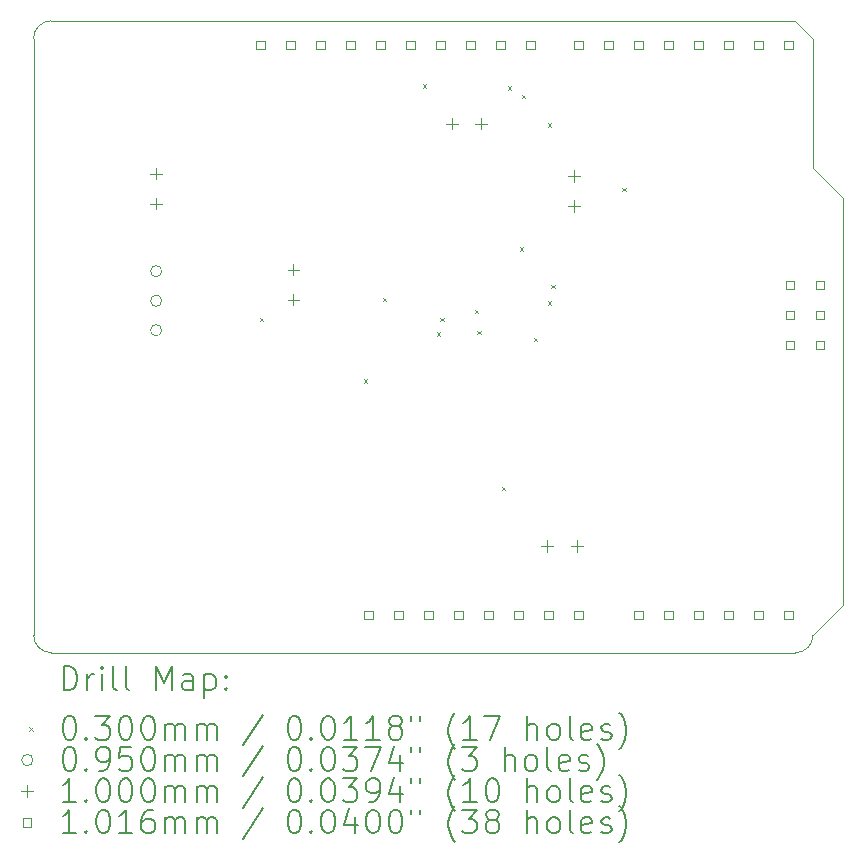
<source format=gbr>
%TF.GenerationSoftware,KiCad,Pcbnew,8.0.2*%
%TF.CreationDate,2025-02-02T01:14:49-07:00*%
%TF.ProjectId,drs,6472732e-6b69-4636-9164-5f7063625858,v1*%
%TF.SameCoordinates,Original*%
%TF.FileFunction,Drillmap*%
%TF.FilePolarity,Positive*%
%FSLAX45Y45*%
G04 Gerber Fmt 4.5, Leading zero omitted, Abs format (unit mm)*
G04 Created by KiCad (PCBNEW 8.0.2) date 2025-02-02 01:14:49*
%MOMM*%
%LPD*%
G01*
G04 APERTURE LIST*
%ADD10C,0.100000*%
%ADD11C,0.200000*%
%ADD12C,0.101600*%
G04 APERTURE END LIST*
D10*
X18300000Y-8450000D02*
X18300000Y-9050000D01*
X18050000Y-7100000D02*
X18050000Y-8200000D01*
X18050000Y-12150000D02*
G75*
G02*
X17900000Y-12300000I-150000J0D01*
G01*
X18300000Y-11900000D02*
X18050000Y-12150000D01*
X17900000Y-6950000D02*
X18050000Y-7100000D01*
X11600000Y-6950000D02*
X17900000Y-6950000D01*
X11450000Y-7100000D02*
G75*
G02*
X11600000Y-6950000I150000J0D01*
G01*
X18050000Y-8200000D02*
X18300000Y-8450000D01*
X11450000Y-7100000D02*
X11450000Y-12150000D01*
X17900000Y-12300000D02*
X11600000Y-12300000D01*
X11600000Y-12300000D02*
G75*
G02*
X11450000Y-12150000I0J150000D01*
G01*
X18300000Y-9050000D02*
X18300000Y-11900000D01*
D11*
D10*
X13365000Y-9465000D02*
X13395000Y-9495000D01*
X13395000Y-9465000D02*
X13365000Y-9495000D01*
X14245000Y-9985000D02*
X14275000Y-10015000D01*
X14275000Y-9985000D02*
X14245000Y-10015000D01*
X14405000Y-9295000D02*
X14435000Y-9325000D01*
X14435000Y-9295000D02*
X14405000Y-9325000D01*
X14745000Y-7485000D02*
X14775000Y-7515000D01*
X14775000Y-7485000D02*
X14745000Y-7515000D01*
X14865000Y-9585000D02*
X14895000Y-9615000D01*
X14895000Y-9585000D02*
X14865000Y-9615000D01*
X14895000Y-9465000D02*
X14925000Y-9495000D01*
X14925000Y-9465000D02*
X14895000Y-9495000D01*
X15185000Y-9395000D02*
X15215000Y-9425000D01*
X15215000Y-9395000D02*
X15185000Y-9425000D01*
X15205000Y-9575000D02*
X15235000Y-9605000D01*
X15235000Y-9575000D02*
X15205000Y-9605000D01*
X15415000Y-10895000D02*
X15445000Y-10925000D01*
X15445000Y-10895000D02*
X15415000Y-10925000D01*
X15465000Y-7505000D02*
X15495000Y-7535000D01*
X15495000Y-7505000D02*
X15465000Y-7535000D01*
X15565000Y-8865000D02*
X15595000Y-8895000D01*
X15595000Y-8865000D02*
X15565000Y-8895000D01*
X15585000Y-7575000D02*
X15615000Y-7605000D01*
X15615000Y-7575000D02*
X15585000Y-7605000D01*
X15685000Y-9635000D02*
X15715000Y-9665000D01*
X15715000Y-9635000D02*
X15685000Y-9665000D01*
X15805000Y-7815000D02*
X15835000Y-7845000D01*
X15835000Y-7815000D02*
X15805000Y-7845000D01*
X15805000Y-9325000D02*
X15835000Y-9355000D01*
X15835000Y-9325000D02*
X15805000Y-9355000D01*
X15835000Y-9185000D02*
X15865000Y-9215000D01*
X15865000Y-9185000D02*
X15835000Y-9215000D01*
X16435000Y-8365000D02*
X16465000Y-8395000D01*
X16465000Y-8365000D02*
X16435000Y-8395000D01*
X12535000Y-9070000D02*
G75*
G02*
X12440000Y-9070000I-47500J0D01*
G01*
X12440000Y-9070000D02*
G75*
G02*
X12535000Y-9070000I47500J0D01*
G01*
X12535000Y-9320000D02*
G75*
G02*
X12440000Y-9320000I-47500J0D01*
G01*
X12440000Y-9320000D02*
G75*
G02*
X12535000Y-9320000I47500J0D01*
G01*
X12535000Y-9570000D02*
G75*
G02*
X12440000Y-9570000I-47500J0D01*
G01*
X12440000Y-9570000D02*
G75*
G02*
X12535000Y-9570000I47500J0D01*
G01*
X12490000Y-8193500D02*
X12490000Y-8293500D01*
X12440000Y-8243500D02*
X12540000Y-8243500D01*
X12490000Y-8447500D02*
X12490000Y-8547500D01*
X12440000Y-8497500D02*
X12540000Y-8497500D01*
X13650000Y-9006000D02*
X13650000Y-9106000D01*
X13600000Y-9056000D02*
X13700000Y-9056000D01*
X13650000Y-9260000D02*
X13650000Y-9360000D01*
X13600000Y-9310000D02*
X13700000Y-9310000D01*
X14990000Y-7770000D02*
X14990000Y-7870000D01*
X14940000Y-7820000D02*
X15040000Y-7820000D01*
X15240000Y-7770000D02*
X15240000Y-7870000D01*
X15190000Y-7820000D02*
X15290000Y-7820000D01*
X15800000Y-11350000D02*
X15800000Y-11450000D01*
X15750000Y-11400000D02*
X15850000Y-11400000D01*
X16027500Y-8215000D02*
X16027500Y-8315000D01*
X15977500Y-8265000D02*
X16077500Y-8265000D01*
X16027500Y-8465000D02*
X16027500Y-8565000D01*
X15977500Y-8515000D02*
X16077500Y-8515000D01*
X16050000Y-11350000D02*
X16050000Y-11450000D01*
X16000000Y-11400000D02*
X16100000Y-11400000D01*
D12*
X13405521Y-7189921D02*
X13405521Y-7118079D01*
X13333679Y-7118079D01*
X13333679Y-7189921D01*
X13405521Y-7189921D01*
X13659521Y-7189921D02*
X13659521Y-7118079D01*
X13587679Y-7118079D01*
X13587679Y-7189921D01*
X13659521Y-7189921D01*
X13913521Y-7189921D02*
X13913521Y-7118079D01*
X13841679Y-7118079D01*
X13841679Y-7189921D01*
X13913521Y-7189921D01*
X14167521Y-7189921D02*
X14167521Y-7118079D01*
X14095679Y-7118079D01*
X14095679Y-7189921D01*
X14167521Y-7189921D01*
X14319921Y-12015921D02*
X14319921Y-11944079D01*
X14248079Y-11944079D01*
X14248079Y-12015921D01*
X14319921Y-12015921D01*
X14421521Y-7189921D02*
X14421521Y-7118079D01*
X14349679Y-7118079D01*
X14349679Y-7189921D01*
X14421521Y-7189921D01*
X14573921Y-12015921D02*
X14573921Y-11944079D01*
X14502079Y-11944079D01*
X14502079Y-12015921D01*
X14573921Y-12015921D01*
X14675521Y-7189921D02*
X14675521Y-7118079D01*
X14603679Y-7118079D01*
X14603679Y-7189921D01*
X14675521Y-7189921D01*
X14827921Y-12015921D02*
X14827921Y-11944079D01*
X14756079Y-11944079D01*
X14756079Y-12015921D01*
X14827921Y-12015921D01*
X14929521Y-7189921D02*
X14929521Y-7118079D01*
X14857679Y-7118079D01*
X14857679Y-7189921D01*
X14929521Y-7189921D01*
X15081921Y-12015921D02*
X15081921Y-11944079D01*
X15010079Y-11944079D01*
X15010079Y-12015921D01*
X15081921Y-12015921D01*
X15183521Y-7189921D02*
X15183521Y-7118079D01*
X15111679Y-7118079D01*
X15111679Y-7189921D01*
X15183521Y-7189921D01*
X15335921Y-12015921D02*
X15335921Y-11944079D01*
X15264079Y-11944079D01*
X15264079Y-12015921D01*
X15335921Y-12015921D01*
X15437521Y-7189921D02*
X15437521Y-7118079D01*
X15365679Y-7118079D01*
X15365679Y-7189921D01*
X15437521Y-7189921D01*
X15589921Y-12015921D02*
X15589921Y-11944079D01*
X15518079Y-11944079D01*
X15518079Y-12015921D01*
X15589921Y-12015921D01*
X15691521Y-7189921D02*
X15691521Y-7118079D01*
X15619679Y-7118079D01*
X15619679Y-7189921D01*
X15691521Y-7189921D01*
X15843921Y-12015921D02*
X15843921Y-11944079D01*
X15772079Y-11944079D01*
X15772079Y-12015921D01*
X15843921Y-12015921D01*
X16097921Y-7189921D02*
X16097921Y-7118079D01*
X16026079Y-7118079D01*
X16026079Y-7189921D01*
X16097921Y-7189921D01*
X16097921Y-12015921D02*
X16097921Y-11944079D01*
X16026079Y-11944079D01*
X16026079Y-12015921D01*
X16097921Y-12015921D01*
X16351921Y-7189921D02*
X16351921Y-7118079D01*
X16280079Y-7118079D01*
X16280079Y-7189921D01*
X16351921Y-7189921D01*
X16605921Y-7189921D02*
X16605921Y-7118079D01*
X16534079Y-7118079D01*
X16534079Y-7189921D01*
X16605921Y-7189921D01*
X16605921Y-12015921D02*
X16605921Y-11944079D01*
X16534079Y-11944079D01*
X16534079Y-12015921D01*
X16605921Y-12015921D01*
X16859921Y-7189921D02*
X16859921Y-7118079D01*
X16788079Y-7118079D01*
X16788079Y-7189921D01*
X16859921Y-7189921D01*
X16859921Y-12015921D02*
X16859921Y-11944079D01*
X16788079Y-11944079D01*
X16788079Y-12015921D01*
X16859921Y-12015921D01*
X17113921Y-7189921D02*
X17113921Y-7118079D01*
X17042079Y-7118079D01*
X17042079Y-7189921D01*
X17113921Y-7189921D01*
X17113921Y-12015921D02*
X17113921Y-11944079D01*
X17042079Y-11944079D01*
X17042079Y-12015921D01*
X17113921Y-12015921D01*
X17367921Y-7189921D02*
X17367921Y-7118079D01*
X17296079Y-7118079D01*
X17296079Y-7189921D01*
X17367921Y-7189921D01*
X17367921Y-12015921D02*
X17367921Y-11944079D01*
X17296079Y-11944079D01*
X17296079Y-12015921D01*
X17367921Y-12015921D01*
X17621921Y-7189921D02*
X17621921Y-7118079D01*
X17550079Y-7118079D01*
X17550079Y-7189921D01*
X17621921Y-7189921D01*
X17621921Y-12015921D02*
X17621921Y-11944079D01*
X17550079Y-11944079D01*
X17550079Y-12015921D01*
X17621921Y-12015921D01*
X17875921Y-7189921D02*
X17875921Y-7118079D01*
X17804079Y-7118079D01*
X17804079Y-7189921D01*
X17875921Y-7189921D01*
X17875921Y-12015921D02*
X17875921Y-11944079D01*
X17804079Y-11944079D01*
X17804079Y-12015921D01*
X17875921Y-12015921D01*
X17888621Y-9221921D02*
X17888621Y-9150079D01*
X17816779Y-9150079D01*
X17816779Y-9221921D01*
X17888621Y-9221921D01*
X17888621Y-9475921D02*
X17888621Y-9404079D01*
X17816779Y-9404079D01*
X17816779Y-9475921D01*
X17888621Y-9475921D01*
X17888621Y-9729921D02*
X17888621Y-9658079D01*
X17816779Y-9658079D01*
X17816779Y-9729921D01*
X17888621Y-9729921D01*
X18142621Y-9221921D02*
X18142621Y-9150079D01*
X18070779Y-9150079D01*
X18070779Y-9221921D01*
X18142621Y-9221921D01*
X18142621Y-9475921D02*
X18142621Y-9404079D01*
X18070779Y-9404079D01*
X18070779Y-9475921D01*
X18142621Y-9475921D01*
X18142621Y-9729921D02*
X18142621Y-9658079D01*
X18070779Y-9658079D01*
X18070779Y-9729921D01*
X18142621Y-9729921D01*
D11*
X11705777Y-12616484D02*
X11705777Y-12416484D01*
X11705777Y-12416484D02*
X11753396Y-12416484D01*
X11753396Y-12416484D02*
X11781967Y-12426008D01*
X11781967Y-12426008D02*
X11801015Y-12445055D01*
X11801015Y-12445055D02*
X11810539Y-12464103D01*
X11810539Y-12464103D02*
X11820062Y-12502198D01*
X11820062Y-12502198D02*
X11820062Y-12530769D01*
X11820062Y-12530769D02*
X11810539Y-12568865D01*
X11810539Y-12568865D02*
X11801015Y-12587912D01*
X11801015Y-12587912D02*
X11781967Y-12606960D01*
X11781967Y-12606960D02*
X11753396Y-12616484D01*
X11753396Y-12616484D02*
X11705777Y-12616484D01*
X11905777Y-12616484D02*
X11905777Y-12483150D01*
X11905777Y-12521246D02*
X11915301Y-12502198D01*
X11915301Y-12502198D02*
X11924824Y-12492674D01*
X11924824Y-12492674D02*
X11943872Y-12483150D01*
X11943872Y-12483150D02*
X11962920Y-12483150D01*
X12029586Y-12616484D02*
X12029586Y-12483150D01*
X12029586Y-12416484D02*
X12020062Y-12426008D01*
X12020062Y-12426008D02*
X12029586Y-12435531D01*
X12029586Y-12435531D02*
X12039110Y-12426008D01*
X12039110Y-12426008D02*
X12029586Y-12416484D01*
X12029586Y-12416484D02*
X12029586Y-12435531D01*
X12153396Y-12616484D02*
X12134348Y-12606960D01*
X12134348Y-12606960D02*
X12124824Y-12587912D01*
X12124824Y-12587912D02*
X12124824Y-12416484D01*
X12258158Y-12616484D02*
X12239110Y-12606960D01*
X12239110Y-12606960D02*
X12229586Y-12587912D01*
X12229586Y-12587912D02*
X12229586Y-12416484D01*
X12486729Y-12616484D02*
X12486729Y-12416484D01*
X12486729Y-12416484D02*
X12553396Y-12559341D01*
X12553396Y-12559341D02*
X12620062Y-12416484D01*
X12620062Y-12416484D02*
X12620062Y-12616484D01*
X12801015Y-12616484D02*
X12801015Y-12511722D01*
X12801015Y-12511722D02*
X12791491Y-12492674D01*
X12791491Y-12492674D02*
X12772443Y-12483150D01*
X12772443Y-12483150D02*
X12734348Y-12483150D01*
X12734348Y-12483150D02*
X12715301Y-12492674D01*
X12801015Y-12606960D02*
X12781967Y-12616484D01*
X12781967Y-12616484D02*
X12734348Y-12616484D01*
X12734348Y-12616484D02*
X12715301Y-12606960D01*
X12715301Y-12606960D02*
X12705777Y-12587912D01*
X12705777Y-12587912D02*
X12705777Y-12568865D01*
X12705777Y-12568865D02*
X12715301Y-12549817D01*
X12715301Y-12549817D02*
X12734348Y-12540293D01*
X12734348Y-12540293D02*
X12781967Y-12540293D01*
X12781967Y-12540293D02*
X12801015Y-12530769D01*
X12896253Y-12483150D02*
X12896253Y-12683150D01*
X12896253Y-12492674D02*
X12915301Y-12483150D01*
X12915301Y-12483150D02*
X12953396Y-12483150D01*
X12953396Y-12483150D02*
X12972443Y-12492674D01*
X12972443Y-12492674D02*
X12981967Y-12502198D01*
X12981967Y-12502198D02*
X12991491Y-12521246D01*
X12991491Y-12521246D02*
X12991491Y-12578388D01*
X12991491Y-12578388D02*
X12981967Y-12597436D01*
X12981967Y-12597436D02*
X12972443Y-12606960D01*
X12972443Y-12606960D02*
X12953396Y-12616484D01*
X12953396Y-12616484D02*
X12915301Y-12616484D01*
X12915301Y-12616484D02*
X12896253Y-12606960D01*
X13077205Y-12597436D02*
X13086729Y-12606960D01*
X13086729Y-12606960D02*
X13077205Y-12616484D01*
X13077205Y-12616484D02*
X13067682Y-12606960D01*
X13067682Y-12606960D02*
X13077205Y-12597436D01*
X13077205Y-12597436D02*
X13077205Y-12616484D01*
X13077205Y-12492674D02*
X13086729Y-12502198D01*
X13086729Y-12502198D02*
X13077205Y-12511722D01*
X13077205Y-12511722D02*
X13067682Y-12502198D01*
X13067682Y-12502198D02*
X13077205Y-12492674D01*
X13077205Y-12492674D02*
X13077205Y-12511722D01*
D10*
X11415000Y-12930000D02*
X11445000Y-12960000D01*
X11445000Y-12930000D02*
X11415000Y-12960000D01*
D11*
X11743872Y-12836484D02*
X11762920Y-12836484D01*
X11762920Y-12836484D02*
X11781967Y-12846008D01*
X11781967Y-12846008D02*
X11791491Y-12855531D01*
X11791491Y-12855531D02*
X11801015Y-12874579D01*
X11801015Y-12874579D02*
X11810539Y-12912674D01*
X11810539Y-12912674D02*
X11810539Y-12960293D01*
X11810539Y-12960293D02*
X11801015Y-12998388D01*
X11801015Y-12998388D02*
X11791491Y-13017436D01*
X11791491Y-13017436D02*
X11781967Y-13026960D01*
X11781967Y-13026960D02*
X11762920Y-13036484D01*
X11762920Y-13036484D02*
X11743872Y-13036484D01*
X11743872Y-13036484D02*
X11724824Y-13026960D01*
X11724824Y-13026960D02*
X11715301Y-13017436D01*
X11715301Y-13017436D02*
X11705777Y-12998388D01*
X11705777Y-12998388D02*
X11696253Y-12960293D01*
X11696253Y-12960293D02*
X11696253Y-12912674D01*
X11696253Y-12912674D02*
X11705777Y-12874579D01*
X11705777Y-12874579D02*
X11715301Y-12855531D01*
X11715301Y-12855531D02*
X11724824Y-12846008D01*
X11724824Y-12846008D02*
X11743872Y-12836484D01*
X11896253Y-13017436D02*
X11905777Y-13026960D01*
X11905777Y-13026960D02*
X11896253Y-13036484D01*
X11896253Y-13036484D02*
X11886729Y-13026960D01*
X11886729Y-13026960D02*
X11896253Y-13017436D01*
X11896253Y-13017436D02*
X11896253Y-13036484D01*
X11972443Y-12836484D02*
X12096253Y-12836484D01*
X12096253Y-12836484D02*
X12029586Y-12912674D01*
X12029586Y-12912674D02*
X12058158Y-12912674D01*
X12058158Y-12912674D02*
X12077205Y-12922198D01*
X12077205Y-12922198D02*
X12086729Y-12931722D01*
X12086729Y-12931722D02*
X12096253Y-12950769D01*
X12096253Y-12950769D02*
X12096253Y-12998388D01*
X12096253Y-12998388D02*
X12086729Y-13017436D01*
X12086729Y-13017436D02*
X12077205Y-13026960D01*
X12077205Y-13026960D02*
X12058158Y-13036484D01*
X12058158Y-13036484D02*
X12001015Y-13036484D01*
X12001015Y-13036484D02*
X11981967Y-13026960D01*
X11981967Y-13026960D02*
X11972443Y-13017436D01*
X12220062Y-12836484D02*
X12239110Y-12836484D01*
X12239110Y-12836484D02*
X12258158Y-12846008D01*
X12258158Y-12846008D02*
X12267682Y-12855531D01*
X12267682Y-12855531D02*
X12277205Y-12874579D01*
X12277205Y-12874579D02*
X12286729Y-12912674D01*
X12286729Y-12912674D02*
X12286729Y-12960293D01*
X12286729Y-12960293D02*
X12277205Y-12998388D01*
X12277205Y-12998388D02*
X12267682Y-13017436D01*
X12267682Y-13017436D02*
X12258158Y-13026960D01*
X12258158Y-13026960D02*
X12239110Y-13036484D01*
X12239110Y-13036484D02*
X12220062Y-13036484D01*
X12220062Y-13036484D02*
X12201015Y-13026960D01*
X12201015Y-13026960D02*
X12191491Y-13017436D01*
X12191491Y-13017436D02*
X12181967Y-12998388D01*
X12181967Y-12998388D02*
X12172443Y-12960293D01*
X12172443Y-12960293D02*
X12172443Y-12912674D01*
X12172443Y-12912674D02*
X12181967Y-12874579D01*
X12181967Y-12874579D02*
X12191491Y-12855531D01*
X12191491Y-12855531D02*
X12201015Y-12846008D01*
X12201015Y-12846008D02*
X12220062Y-12836484D01*
X12410539Y-12836484D02*
X12429586Y-12836484D01*
X12429586Y-12836484D02*
X12448634Y-12846008D01*
X12448634Y-12846008D02*
X12458158Y-12855531D01*
X12458158Y-12855531D02*
X12467682Y-12874579D01*
X12467682Y-12874579D02*
X12477205Y-12912674D01*
X12477205Y-12912674D02*
X12477205Y-12960293D01*
X12477205Y-12960293D02*
X12467682Y-12998388D01*
X12467682Y-12998388D02*
X12458158Y-13017436D01*
X12458158Y-13017436D02*
X12448634Y-13026960D01*
X12448634Y-13026960D02*
X12429586Y-13036484D01*
X12429586Y-13036484D02*
X12410539Y-13036484D01*
X12410539Y-13036484D02*
X12391491Y-13026960D01*
X12391491Y-13026960D02*
X12381967Y-13017436D01*
X12381967Y-13017436D02*
X12372443Y-12998388D01*
X12372443Y-12998388D02*
X12362920Y-12960293D01*
X12362920Y-12960293D02*
X12362920Y-12912674D01*
X12362920Y-12912674D02*
X12372443Y-12874579D01*
X12372443Y-12874579D02*
X12381967Y-12855531D01*
X12381967Y-12855531D02*
X12391491Y-12846008D01*
X12391491Y-12846008D02*
X12410539Y-12836484D01*
X12562920Y-13036484D02*
X12562920Y-12903150D01*
X12562920Y-12922198D02*
X12572443Y-12912674D01*
X12572443Y-12912674D02*
X12591491Y-12903150D01*
X12591491Y-12903150D02*
X12620063Y-12903150D01*
X12620063Y-12903150D02*
X12639110Y-12912674D01*
X12639110Y-12912674D02*
X12648634Y-12931722D01*
X12648634Y-12931722D02*
X12648634Y-13036484D01*
X12648634Y-12931722D02*
X12658158Y-12912674D01*
X12658158Y-12912674D02*
X12677205Y-12903150D01*
X12677205Y-12903150D02*
X12705777Y-12903150D01*
X12705777Y-12903150D02*
X12724824Y-12912674D01*
X12724824Y-12912674D02*
X12734348Y-12931722D01*
X12734348Y-12931722D02*
X12734348Y-13036484D01*
X12829586Y-13036484D02*
X12829586Y-12903150D01*
X12829586Y-12922198D02*
X12839110Y-12912674D01*
X12839110Y-12912674D02*
X12858158Y-12903150D01*
X12858158Y-12903150D02*
X12886729Y-12903150D01*
X12886729Y-12903150D02*
X12905777Y-12912674D01*
X12905777Y-12912674D02*
X12915301Y-12931722D01*
X12915301Y-12931722D02*
X12915301Y-13036484D01*
X12915301Y-12931722D02*
X12924824Y-12912674D01*
X12924824Y-12912674D02*
X12943872Y-12903150D01*
X12943872Y-12903150D02*
X12972443Y-12903150D01*
X12972443Y-12903150D02*
X12991491Y-12912674D01*
X12991491Y-12912674D02*
X13001015Y-12931722D01*
X13001015Y-12931722D02*
X13001015Y-13036484D01*
X13391491Y-12826960D02*
X13220063Y-13084103D01*
X13648634Y-12836484D02*
X13667682Y-12836484D01*
X13667682Y-12836484D02*
X13686729Y-12846008D01*
X13686729Y-12846008D02*
X13696253Y-12855531D01*
X13696253Y-12855531D02*
X13705777Y-12874579D01*
X13705777Y-12874579D02*
X13715301Y-12912674D01*
X13715301Y-12912674D02*
X13715301Y-12960293D01*
X13715301Y-12960293D02*
X13705777Y-12998388D01*
X13705777Y-12998388D02*
X13696253Y-13017436D01*
X13696253Y-13017436D02*
X13686729Y-13026960D01*
X13686729Y-13026960D02*
X13667682Y-13036484D01*
X13667682Y-13036484D02*
X13648634Y-13036484D01*
X13648634Y-13036484D02*
X13629586Y-13026960D01*
X13629586Y-13026960D02*
X13620063Y-13017436D01*
X13620063Y-13017436D02*
X13610539Y-12998388D01*
X13610539Y-12998388D02*
X13601015Y-12960293D01*
X13601015Y-12960293D02*
X13601015Y-12912674D01*
X13601015Y-12912674D02*
X13610539Y-12874579D01*
X13610539Y-12874579D02*
X13620063Y-12855531D01*
X13620063Y-12855531D02*
X13629586Y-12846008D01*
X13629586Y-12846008D02*
X13648634Y-12836484D01*
X13801015Y-13017436D02*
X13810539Y-13026960D01*
X13810539Y-13026960D02*
X13801015Y-13036484D01*
X13801015Y-13036484D02*
X13791491Y-13026960D01*
X13791491Y-13026960D02*
X13801015Y-13017436D01*
X13801015Y-13017436D02*
X13801015Y-13036484D01*
X13934348Y-12836484D02*
X13953396Y-12836484D01*
X13953396Y-12836484D02*
X13972444Y-12846008D01*
X13972444Y-12846008D02*
X13981967Y-12855531D01*
X13981967Y-12855531D02*
X13991491Y-12874579D01*
X13991491Y-12874579D02*
X14001015Y-12912674D01*
X14001015Y-12912674D02*
X14001015Y-12960293D01*
X14001015Y-12960293D02*
X13991491Y-12998388D01*
X13991491Y-12998388D02*
X13981967Y-13017436D01*
X13981967Y-13017436D02*
X13972444Y-13026960D01*
X13972444Y-13026960D02*
X13953396Y-13036484D01*
X13953396Y-13036484D02*
X13934348Y-13036484D01*
X13934348Y-13036484D02*
X13915301Y-13026960D01*
X13915301Y-13026960D02*
X13905777Y-13017436D01*
X13905777Y-13017436D02*
X13896253Y-12998388D01*
X13896253Y-12998388D02*
X13886729Y-12960293D01*
X13886729Y-12960293D02*
X13886729Y-12912674D01*
X13886729Y-12912674D02*
X13896253Y-12874579D01*
X13896253Y-12874579D02*
X13905777Y-12855531D01*
X13905777Y-12855531D02*
X13915301Y-12846008D01*
X13915301Y-12846008D02*
X13934348Y-12836484D01*
X14191491Y-13036484D02*
X14077206Y-13036484D01*
X14134348Y-13036484D02*
X14134348Y-12836484D01*
X14134348Y-12836484D02*
X14115301Y-12865055D01*
X14115301Y-12865055D02*
X14096253Y-12884103D01*
X14096253Y-12884103D02*
X14077206Y-12893627D01*
X14381967Y-13036484D02*
X14267682Y-13036484D01*
X14324825Y-13036484D02*
X14324825Y-12836484D01*
X14324825Y-12836484D02*
X14305777Y-12865055D01*
X14305777Y-12865055D02*
X14286729Y-12884103D01*
X14286729Y-12884103D02*
X14267682Y-12893627D01*
X14496253Y-12922198D02*
X14477206Y-12912674D01*
X14477206Y-12912674D02*
X14467682Y-12903150D01*
X14467682Y-12903150D02*
X14458158Y-12884103D01*
X14458158Y-12884103D02*
X14458158Y-12874579D01*
X14458158Y-12874579D02*
X14467682Y-12855531D01*
X14467682Y-12855531D02*
X14477206Y-12846008D01*
X14477206Y-12846008D02*
X14496253Y-12836484D01*
X14496253Y-12836484D02*
X14534348Y-12836484D01*
X14534348Y-12836484D02*
X14553396Y-12846008D01*
X14553396Y-12846008D02*
X14562920Y-12855531D01*
X14562920Y-12855531D02*
X14572444Y-12874579D01*
X14572444Y-12874579D02*
X14572444Y-12884103D01*
X14572444Y-12884103D02*
X14562920Y-12903150D01*
X14562920Y-12903150D02*
X14553396Y-12912674D01*
X14553396Y-12912674D02*
X14534348Y-12922198D01*
X14534348Y-12922198D02*
X14496253Y-12922198D01*
X14496253Y-12922198D02*
X14477206Y-12931722D01*
X14477206Y-12931722D02*
X14467682Y-12941246D01*
X14467682Y-12941246D02*
X14458158Y-12960293D01*
X14458158Y-12960293D02*
X14458158Y-12998388D01*
X14458158Y-12998388D02*
X14467682Y-13017436D01*
X14467682Y-13017436D02*
X14477206Y-13026960D01*
X14477206Y-13026960D02*
X14496253Y-13036484D01*
X14496253Y-13036484D02*
X14534348Y-13036484D01*
X14534348Y-13036484D02*
X14553396Y-13026960D01*
X14553396Y-13026960D02*
X14562920Y-13017436D01*
X14562920Y-13017436D02*
X14572444Y-12998388D01*
X14572444Y-12998388D02*
X14572444Y-12960293D01*
X14572444Y-12960293D02*
X14562920Y-12941246D01*
X14562920Y-12941246D02*
X14553396Y-12931722D01*
X14553396Y-12931722D02*
X14534348Y-12922198D01*
X14648634Y-12836484D02*
X14648634Y-12874579D01*
X14724825Y-12836484D02*
X14724825Y-12874579D01*
X15020063Y-13112674D02*
X15010539Y-13103150D01*
X15010539Y-13103150D02*
X14991491Y-13074579D01*
X14991491Y-13074579D02*
X14981968Y-13055531D01*
X14981968Y-13055531D02*
X14972444Y-13026960D01*
X14972444Y-13026960D02*
X14962920Y-12979341D01*
X14962920Y-12979341D02*
X14962920Y-12941246D01*
X14962920Y-12941246D02*
X14972444Y-12893627D01*
X14972444Y-12893627D02*
X14981968Y-12865055D01*
X14981968Y-12865055D02*
X14991491Y-12846008D01*
X14991491Y-12846008D02*
X15010539Y-12817436D01*
X15010539Y-12817436D02*
X15020063Y-12807912D01*
X15201015Y-13036484D02*
X15086729Y-13036484D01*
X15143872Y-13036484D02*
X15143872Y-12836484D01*
X15143872Y-12836484D02*
X15124825Y-12865055D01*
X15124825Y-12865055D02*
X15105777Y-12884103D01*
X15105777Y-12884103D02*
X15086729Y-12893627D01*
X15267682Y-12836484D02*
X15401015Y-12836484D01*
X15401015Y-12836484D02*
X15315301Y-13036484D01*
X15629587Y-13036484D02*
X15629587Y-12836484D01*
X15715301Y-13036484D02*
X15715301Y-12931722D01*
X15715301Y-12931722D02*
X15705777Y-12912674D01*
X15705777Y-12912674D02*
X15686730Y-12903150D01*
X15686730Y-12903150D02*
X15658158Y-12903150D01*
X15658158Y-12903150D02*
X15639110Y-12912674D01*
X15639110Y-12912674D02*
X15629587Y-12922198D01*
X15839110Y-13036484D02*
X15820063Y-13026960D01*
X15820063Y-13026960D02*
X15810539Y-13017436D01*
X15810539Y-13017436D02*
X15801015Y-12998388D01*
X15801015Y-12998388D02*
X15801015Y-12941246D01*
X15801015Y-12941246D02*
X15810539Y-12922198D01*
X15810539Y-12922198D02*
X15820063Y-12912674D01*
X15820063Y-12912674D02*
X15839110Y-12903150D01*
X15839110Y-12903150D02*
X15867682Y-12903150D01*
X15867682Y-12903150D02*
X15886730Y-12912674D01*
X15886730Y-12912674D02*
X15896253Y-12922198D01*
X15896253Y-12922198D02*
X15905777Y-12941246D01*
X15905777Y-12941246D02*
X15905777Y-12998388D01*
X15905777Y-12998388D02*
X15896253Y-13017436D01*
X15896253Y-13017436D02*
X15886730Y-13026960D01*
X15886730Y-13026960D02*
X15867682Y-13036484D01*
X15867682Y-13036484D02*
X15839110Y-13036484D01*
X16020063Y-13036484D02*
X16001015Y-13026960D01*
X16001015Y-13026960D02*
X15991491Y-13007912D01*
X15991491Y-13007912D02*
X15991491Y-12836484D01*
X16172444Y-13026960D02*
X16153396Y-13036484D01*
X16153396Y-13036484D02*
X16115301Y-13036484D01*
X16115301Y-13036484D02*
X16096253Y-13026960D01*
X16096253Y-13026960D02*
X16086730Y-13007912D01*
X16086730Y-13007912D02*
X16086730Y-12931722D01*
X16086730Y-12931722D02*
X16096253Y-12912674D01*
X16096253Y-12912674D02*
X16115301Y-12903150D01*
X16115301Y-12903150D02*
X16153396Y-12903150D01*
X16153396Y-12903150D02*
X16172444Y-12912674D01*
X16172444Y-12912674D02*
X16181968Y-12931722D01*
X16181968Y-12931722D02*
X16181968Y-12950769D01*
X16181968Y-12950769D02*
X16086730Y-12969817D01*
X16258158Y-13026960D02*
X16277206Y-13036484D01*
X16277206Y-13036484D02*
X16315301Y-13036484D01*
X16315301Y-13036484D02*
X16334349Y-13026960D01*
X16334349Y-13026960D02*
X16343872Y-13007912D01*
X16343872Y-13007912D02*
X16343872Y-12998388D01*
X16343872Y-12998388D02*
X16334349Y-12979341D01*
X16334349Y-12979341D02*
X16315301Y-12969817D01*
X16315301Y-12969817D02*
X16286730Y-12969817D01*
X16286730Y-12969817D02*
X16267682Y-12960293D01*
X16267682Y-12960293D02*
X16258158Y-12941246D01*
X16258158Y-12941246D02*
X16258158Y-12931722D01*
X16258158Y-12931722D02*
X16267682Y-12912674D01*
X16267682Y-12912674D02*
X16286730Y-12903150D01*
X16286730Y-12903150D02*
X16315301Y-12903150D01*
X16315301Y-12903150D02*
X16334349Y-12912674D01*
X16410539Y-13112674D02*
X16420063Y-13103150D01*
X16420063Y-13103150D02*
X16439111Y-13074579D01*
X16439111Y-13074579D02*
X16448634Y-13055531D01*
X16448634Y-13055531D02*
X16458158Y-13026960D01*
X16458158Y-13026960D02*
X16467682Y-12979341D01*
X16467682Y-12979341D02*
X16467682Y-12941246D01*
X16467682Y-12941246D02*
X16458158Y-12893627D01*
X16458158Y-12893627D02*
X16448634Y-12865055D01*
X16448634Y-12865055D02*
X16439111Y-12846008D01*
X16439111Y-12846008D02*
X16420063Y-12817436D01*
X16420063Y-12817436D02*
X16410539Y-12807912D01*
D10*
X11445000Y-13209000D02*
G75*
G02*
X11350000Y-13209000I-47500J0D01*
G01*
X11350000Y-13209000D02*
G75*
G02*
X11445000Y-13209000I47500J0D01*
G01*
D11*
X11743872Y-13100484D02*
X11762920Y-13100484D01*
X11762920Y-13100484D02*
X11781967Y-13110008D01*
X11781967Y-13110008D02*
X11791491Y-13119531D01*
X11791491Y-13119531D02*
X11801015Y-13138579D01*
X11801015Y-13138579D02*
X11810539Y-13176674D01*
X11810539Y-13176674D02*
X11810539Y-13224293D01*
X11810539Y-13224293D02*
X11801015Y-13262388D01*
X11801015Y-13262388D02*
X11791491Y-13281436D01*
X11791491Y-13281436D02*
X11781967Y-13290960D01*
X11781967Y-13290960D02*
X11762920Y-13300484D01*
X11762920Y-13300484D02*
X11743872Y-13300484D01*
X11743872Y-13300484D02*
X11724824Y-13290960D01*
X11724824Y-13290960D02*
X11715301Y-13281436D01*
X11715301Y-13281436D02*
X11705777Y-13262388D01*
X11705777Y-13262388D02*
X11696253Y-13224293D01*
X11696253Y-13224293D02*
X11696253Y-13176674D01*
X11696253Y-13176674D02*
X11705777Y-13138579D01*
X11705777Y-13138579D02*
X11715301Y-13119531D01*
X11715301Y-13119531D02*
X11724824Y-13110008D01*
X11724824Y-13110008D02*
X11743872Y-13100484D01*
X11896253Y-13281436D02*
X11905777Y-13290960D01*
X11905777Y-13290960D02*
X11896253Y-13300484D01*
X11896253Y-13300484D02*
X11886729Y-13290960D01*
X11886729Y-13290960D02*
X11896253Y-13281436D01*
X11896253Y-13281436D02*
X11896253Y-13300484D01*
X12001015Y-13300484D02*
X12039110Y-13300484D01*
X12039110Y-13300484D02*
X12058158Y-13290960D01*
X12058158Y-13290960D02*
X12067682Y-13281436D01*
X12067682Y-13281436D02*
X12086729Y-13252865D01*
X12086729Y-13252865D02*
X12096253Y-13214769D01*
X12096253Y-13214769D02*
X12096253Y-13138579D01*
X12096253Y-13138579D02*
X12086729Y-13119531D01*
X12086729Y-13119531D02*
X12077205Y-13110008D01*
X12077205Y-13110008D02*
X12058158Y-13100484D01*
X12058158Y-13100484D02*
X12020062Y-13100484D01*
X12020062Y-13100484D02*
X12001015Y-13110008D01*
X12001015Y-13110008D02*
X11991491Y-13119531D01*
X11991491Y-13119531D02*
X11981967Y-13138579D01*
X11981967Y-13138579D02*
X11981967Y-13186198D01*
X11981967Y-13186198D02*
X11991491Y-13205246D01*
X11991491Y-13205246D02*
X12001015Y-13214769D01*
X12001015Y-13214769D02*
X12020062Y-13224293D01*
X12020062Y-13224293D02*
X12058158Y-13224293D01*
X12058158Y-13224293D02*
X12077205Y-13214769D01*
X12077205Y-13214769D02*
X12086729Y-13205246D01*
X12086729Y-13205246D02*
X12096253Y-13186198D01*
X12277205Y-13100484D02*
X12181967Y-13100484D01*
X12181967Y-13100484D02*
X12172443Y-13195722D01*
X12172443Y-13195722D02*
X12181967Y-13186198D01*
X12181967Y-13186198D02*
X12201015Y-13176674D01*
X12201015Y-13176674D02*
X12248634Y-13176674D01*
X12248634Y-13176674D02*
X12267682Y-13186198D01*
X12267682Y-13186198D02*
X12277205Y-13195722D01*
X12277205Y-13195722D02*
X12286729Y-13214769D01*
X12286729Y-13214769D02*
X12286729Y-13262388D01*
X12286729Y-13262388D02*
X12277205Y-13281436D01*
X12277205Y-13281436D02*
X12267682Y-13290960D01*
X12267682Y-13290960D02*
X12248634Y-13300484D01*
X12248634Y-13300484D02*
X12201015Y-13300484D01*
X12201015Y-13300484D02*
X12181967Y-13290960D01*
X12181967Y-13290960D02*
X12172443Y-13281436D01*
X12410539Y-13100484D02*
X12429586Y-13100484D01*
X12429586Y-13100484D02*
X12448634Y-13110008D01*
X12448634Y-13110008D02*
X12458158Y-13119531D01*
X12458158Y-13119531D02*
X12467682Y-13138579D01*
X12467682Y-13138579D02*
X12477205Y-13176674D01*
X12477205Y-13176674D02*
X12477205Y-13224293D01*
X12477205Y-13224293D02*
X12467682Y-13262388D01*
X12467682Y-13262388D02*
X12458158Y-13281436D01*
X12458158Y-13281436D02*
X12448634Y-13290960D01*
X12448634Y-13290960D02*
X12429586Y-13300484D01*
X12429586Y-13300484D02*
X12410539Y-13300484D01*
X12410539Y-13300484D02*
X12391491Y-13290960D01*
X12391491Y-13290960D02*
X12381967Y-13281436D01*
X12381967Y-13281436D02*
X12372443Y-13262388D01*
X12372443Y-13262388D02*
X12362920Y-13224293D01*
X12362920Y-13224293D02*
X12362920Y-13176674D01*
X12362920Y-13176674D02*
X12372443Y-13138579D01*
X12372443Y-13138579D02*
X12381967Y-13119531D01*
X12381967Y-13119531D02*
X12391491Y-13110008D01*
X12391491Y-13110008D02*
X12410539Y-13100484D01*
X12562920Y-13300484D02*
X12562920Y-13167150D01*
X12562920Y-13186198D02*
X12572443Y-13176674D01*
X12572443Y-13176674D02*
X12591491Y-13167150D01*
X12591491Y-13167150D02*
X12620063Y-13167150D01*
X12620063Y-13167150D02*
X12639110Y-13176674D01*
X12639110Y-13176674D02*
X12648634Y-13195722D01*
X12648634Y-13195722D02*
X12648634Y-13300484D01*
X12648634Y-13195722D02*
X12658158Y-13176674D01*
X12658158Y-13176674D02*
X12677205Y-13167150D01*
X12677205Y-13167150D02*
X12705777Y-13167150D01*
X12705777Y-13167150D02*
X12724824Y-13176674D01*
X12724824Y-13176674D02*
X12734348Y-13195722D01*
X12734348Y-13195722D02*
X12734348Y-13300484D01*
X12829586Y-13300484D02*
X12829586Y-13167150D01*
X12829586Y-13186198D02*
X12839110Y-13176674D01*
X12839110Y-13176674D02*
X12858158Y-13167150D01*
X12858158Y-13167150D02*
X12886729Y-13167150D01*
X12886729Y-13167150D02*
X12905777Y-13176674D01*
X12905777Y-13176674D02*
X12915301Y-13195722D01*
X12915301Y-13195722D02*
X12915301Y-13300484D01*
X12915301Y-13195722D02*
X12924824Y-13176674D01*
X12924824Y-13176674D02*
X12943872Y-13167150D01*
X12943872Y-13167150D02*
X12972443Y-13167150D01*
X12972443Y-13167150D02*
X12991491Y-13176674D01*
X12991491Y-13176674D02*
X13001015Y-13195722D01*
X13001015Y-13195722D02*
X13001015Y-13300484D01*
X13391491Y-13090960D02*
X13220063Y-13348103D01*
X13648634Y-13100484D02*
X13667682Y-13100484D01*
X13667682Y-13100484D02*
X13686729Y-13110008D01*
X13686729Y-13110008D02*
X13696253Y-13119531D01*
X13696253Y-13119531D02*
X13705777Y-13138579D01*
X13705777Y-13138579D02*
X13715301Y-13176674D01*
X13715301Y-13176674D02*
X13715301Y-13224293D01*
X13715301Y-13224293D02*
X13705777Y-13262388D01*
X13705777Y-13262388D02*
X13696253Y-13281436D01*
X13696253Y-13281436D02*
X13686729Y-13290960D01*
X13686729Y-13290960D02*
X13667682Y-13300484D01*
X13667682Y-13300484D02*
X13648634Y-13300484D01*
X13648634Y-13300484D02*
X13629586Y-13290960D01*
X13629586Y-13290960D02*
X13620063Y-13281436D01*
X13620063Y-13281436D02*
X13610539Y-13262388D01*
X13610539Y-13262388D02*
X13601015Y-13224293D01*
X13601015Y-13224293D02*
X13601015Y-13176674D01*
X13601015Y-13176674D02*
X13610539Y-13138579D01*
X13610539Y-13138579D02*
X13620063Y-13119531D01*
X13620063Y-13119531D02*
X13629586Y-13110008D01*
X13629586Y-13110008D02*
X13648634Y-13100484D01*
X13801015Y-13281436D02*
X13810539Y-13290960D01*
X13810539Y-13290960D02*
X13801015Y-13300484D01*
X13801015Y-13300484D02*
X13791491Y-13290960D01*
X13791491Y-13290960D02*
X13801015Y-13281436D01*
X13801015Y-13281436D02*
X13801015Y-13300484D01*
X13934348Y-13100484D02*
X13953396Y-13100484D01*
X13953396Y-13100484D02*
X13972444Y-13110008D01*
X13972444Y-13110008D02*
X13981967Y-13119531D01*
X13981967Y-13119531D02*
X13991491Y-13138579D01*
X13991491Y-13138579D02*
X14001015Y-13176674D01*
X14001015Y-13176674D02*
X14001015Y-13224293D01*
X14001015Y-13224293D02*
X13991491Y-13262388D01*
X13991491Y-13262388D02*
X13981967Y-13281436D01*
X13981967Y-13281436D02*
X13972444Y-13290960D01*
X13972444Y-13290960D02*
X13953396Y-13300484D01*
X13953396Y-13300484D02*
X13934348Y-13300484D01*
X13934348Y-13300484D02*
X13915301Y-13290960D01*
X13915301Y-13290960D02*
X13905777Y-13281436D01*
X13905777Y-13281436D02*
X13896253Y-13262388D01*
X13896253Y-13262388D02*
X13886729Y-13224293D01*
X13886729Y-13224293D02*
X13886729Y-13176674D01*
X13886729Y-13176674D02*
X13896253Y-13138579D01*
X13896253Y-13138579D02*
X13905777Y-13119531D01*
X13905777Y-13119531D02*
X13915301Y-13110008D01*
X13915301Y-13110008D02*
X13934348Y-13100484D01*
X14067682Y-13100484D02*
X14191491Y-13100484D01*
X14191491Y-13100484D02*
X14124825Y-13176674D01*
X14124825Y-13176674D02*
X14153396Y-13176674D01*
X14153396Y-13176674D02*
X14172444Y-13186198D01*
X14172444Y-13186198D02*
X14181967Y-13195722D01*
X14181967Y-13195722D02*
X14191491Y-13214769D01*
X14191491Y-13214769D02*
X14191491Y-13262388D01*
X14191491Y-13262388D02*
X14181967Y-13281436D01*
X14181967Y-13281436D02*
X14172444Y-13290960D01*
X14172444Y-13290960D02*
X14153396Y-13300484D01*
X14153396Y-13300484D02*
X14096253Y-13300484D01*
X14096253Y-13300484D02*
X14077206Y-13290960D01*
X14077206Y-13290960D02*
X14067682Y-13281436D01*
X14258158Y-13100484D02*
X14391491Y-13100484D01*
X14391491Y-13100484D02*
X14305777Y-13300484D01*
X14553396Y-13167150D02*
X14553396Y-13300484D01*
X14505777Y-13090960D02*
X14458158Y-13233817D01*
X14458158Y-13233817D02*
X14581967Y-13233817D01*
X14648634Y-13100484D02*
X14648634Y-13138579D01*
X14724825Y-13100484D02*
X14724825Y-13138579D01*
X15020063Y-13376674D02*
X15010539Y-13367150D01*
X15010539Y-13367150D02*
X14991491Y-13338579D01*
X14991491Y-13338579D02*
X14981968Y-13319531D01*
X14981968Y-13319531D02*
X14972444Y-13290960D01*
X14972444Y-13290960D02*
X14962920Y-13243341D01*
X14962920Y-13243341D02*
X14962920Y-13205246D01*
X14962920Y-13205246D02*
X14972444Y-13157627D01*
X14972444Y-13157627D02*
X14981968Y-13129055D01*
X14981968Y-13129055D02*
X14991491Y-13110008D01*
X14991491Y-13110008D02*
X15010539Y-13081436D01*
X15010539Y-13081436D02*
X15020063Y-13071912D01*
X15077206Y-13100484D02*
X15201015Y-13100484D01*
X15201015Y-13100484D02*
X15134348Y-13176674D01*
X15134348Y-13176674D02*
X15162920Y-13176674D01*
X15162920Y-13176674D02*
X15181968Y-13186198D01*
X15181968Y-13186198D02*
X15191491Y-13195722D01*
X15191491Y-13195722D02*
X15201015Y-13214769D01*
X15201015Y-13214769D02*
X15201015Y-13262388D01*
X15201015Y-13262388D02*
X15191491Y-13281436D01*
X15191491Y-13281436D02*
X15181968Y-13290960D01*
X15181968Y-13290960D02*
X15162920Y-13300484D01*
X15162920Y-13300484D02*
X15105777Y-13300484D01*
X15105777Y-13300484D02*
X15086729Y-13290960D01*
X15086729Y-13290960D02*
X15077206Y-13281436D01*
X15439110Y-13300484D02*
X15439110Y-13100484D01*
X15524825Y-13300484D02*
X15524825Y-13195722D01*
X15524825Y-13195722D02*
X15515301Y-13176674D01*
X15515301Y-13176674D02*
X15496253Y-13167150D01*
X15496253Y-13167150D02*
X15467682Y-13167150D01*
X15467682Y-13167150D02*
X15448634Y-13176674D01*
X15448634Y-13176674D02*
X15439110Y-13186198D01*
X15648634Y-13300484D02*
X15629587Y-13290960D01*
X15629587Y-13290960D02*
X15620063Y-13281436D01*
X15620063Y-13281436D02*
X15610539Y-13262388D01*
X15610539Y-13262388D02*
X15610539Y-13205246D01*
X15610539Y-13205246D02*
X15620063Y-13186198D01*
X15620063Y-13186198D02*
X15629587Y-13176674D01*
X15629587Y-13176674D02*
X15648634Y-13167150D01*
X15648634Y-13167150D02*
X15677206Y-13167150D01*
X15677206Y-13167150D02*
X15696253Y-13176674D01*
X15696253Y-13176674D02*
X15705777Y-13186198D01*
X15705777Y-13186198D02*
X15715301Y-13205246D01*
X15715301Y-13205246D02*
X15715301Y-13262388D01*
X15715301Y-13262388D02*
X15705777Y-13281436D01*
X15705777Y-13281436D02*
X15696253Y-13290960D01*
X15696253Y-13290960D02*
X15677206Y-13300484D01*
X15677206Y-13300484D02*
X15648634Y-13300484D01*
X15829587Y-13300484D02*
X15810539Y-13290960D01*
X15810539Y-13290960D02*
X15801015Y-13271912D01*
X15801015Y-13271912D02*
X15801015Y-13100484D01*
X15981968Y-13290960D02*
X15962920Y-13300484D01*
X15962920Y-13300484D02*
X15924825Y-13300484D01*
X15924825Y-13300484D02*
X15905777Y-13290960D01*
X15905777Y-13290960D02*
X15896253Y-13271912D01*
X15896253Y-13271912D02*
X15896253Y-13195722D01*
X15896253Y-13195722D02*
X15905777Y-13176674D01*
X15905777Y-13176674D02*
X15924825Y-13167150D01*
X15924825Y-13167150D02*
X15962920Y-13167150D01*
X15962920Y-13167150D02*
X15981968Y-13176674D01*
X15981968Y-13176674D02*
X15991491Y-13195722D01*
X15991491Y-13195722D02*
X15991491Y-13214769D01*
X15991491Y-13214769D02*
X15896253Y-13233817D01*
X16067682Y-13290960D02*
X16086730Y-13300484D01*
X16086730Y-13300484D02*
X16124825Y-13300484D01*
X16124825Y-13300484D02*
X16143872Y-13290960D01*
X16143872Y-13290960D02*
X16153396Y-13271912D01*
X16153396Y-13271912D02*
X16153396Y-13262388D01*
X16153396Y-13262388D02*
X16143872Y-13243341D01*
X16143872Y-13243341D02*
X16124825Y-13233817D01*
X16124825Y-13233817D02*
X16096253Y-13233817D01*
X16096253Y-13233817D02*
X16077206Y-13224293D01*
X16077206Y-13224293D02*
X16067682Y-13205246D01*
X16067682Y-13205246D02*
X16067682Y-13195722D01*
X16067682Y-13195722D02*
X16077206Y-13176674D01*
X16077206Y-13176674D02*
X16096253Y-13167150D01*
X16096253Y-13167150D02*
X16124825Y-13167150D01*
X16124825Y-13167150D02*
X16143872Y-13176674D01*
X16220063Y-13376674D02*
X16229587Y-13367150D01*
X16229587Y-13367150D02*
X16248634Y-13338579D01*
X16248634Y-13338579D02*
X16258158Y-13319531D01*
X16258158Y-13319531D02*
X16267682Y-13290960D01*
X16267682Y-13290960D02*
X16277206Y-13243341D01*
X16277206Y-13243341D02*
X16277206Y-13205246D01*
X16277206Y-13205246D02*
X16267682Y-13157627D01*
X16267682Y-13157627D02*
X16258158Y-13129055D01*
X16258158Y-13129055D02*
X16248634Y-13110008D01*
X16248634Y-13110008D02*
X16229587Y-13081436D01*
X16229587Y-13081436D02*
X16220063Y-13071912D01*
D10*
X11395000Y-13423000D02*
X11395000Y-13523000D01*
X11345000Y-13473000D02*
X11445000Y-13473000D01*
D11*
X11810539Y-13564484D02*
X11696253Y-13564484D01*
X11753396Y-13564484D02*
X11753396Y-13364484D01*
X11753396Y-13364484D02*
X11734348Y-13393055D01*
X11734348Y-13393055D02*
X11715301Y-13412103D01*
X11715301Y-13412103D02*
X11696253Y-13421627D01*
X11896253Y-13545436D02*
X11905777Y-13554960D01*
X11905777Y-13554960D02*
X11896253Y-13564484D01*
X11896253Y-13564484D02*
X11886729Y-13554960D01*
X11886729Y-13554960D02*
X11896253Y-13545436D01*
X11896253Y-13545436D02*
X11896253Y-13564484D01*
X12029586Y-13364484D02*
X12048634Y-13364484D01*
X12048634Y-13364484D02*
X12067682Y-13374008D01*
X12067682Y-13374008D02*
X12077205Y-13383531D01*
X12077205Y-13383531D02*
X12086729Y-13402579D01*
X12086729Y-13402579D02*
X12096253Y-13440674D01*
X12096253Y-13440674D02*
X12096253Y-13488293D01*
X12096253Y-13488293D02*
X12086729Y-13526388D01*
X12086729Y-13526388D02*
X12077205Y-13545436D01*
X12077205Y-13545436D02*
X12067682Y-13554960D01*
X12067682Y-13554960D02*
X12048634Y-13564484D01*
X12048634Y-13564484D02*
X12029586Y-13564484D01*
X12029586Y-13564484D02*
X12010539Y-13554960D01*
X12010539Y-13554960D02*
X12001015Y-13545436D01*
X12001015Y-13545436D02*
X11991491Y-13526388D01*
X11991491Y-13526388D02*
X11981967Y-13488293D01*
X11981967Y-13488293D02*
X11981967Y-13440674D01*
X11981967Y-13440674D02*
X11991491Y-13402579D01*
X11991491Y-13402579D02*
X12001015Y-13383531D01*
X12001015Y-13383531D02*
X12010539Y-13374008D01*
X12010539Y-13374008D02*
X12029586Y-13364484D01*
X12220062Y-13364484D02*
X12239110Y-13364484D01*
X12239110Y-13364484D02*
X12258158Y-13374008D01*
X12258158Y-13374008D02*
X12267682Y-13383531D01*
X12267682Y-13383531D02*
X12277205Y-13402579D01*
X12277205Y-13402579D02*
X12286729Y-13440674D01*
X12286729Y-13440674D02*
X12286729Y-13488293D01*
X12286729Y-13488293D02*
X12277205Y-13526388D01*
X12277205Y-13526388D02*
X12267682Y-13545436D01*
X12267682Y-13545436D02*
X12258158Y-13554960D01*
X12258158Y-13554960D02*
X12239110Y-13564484D01*
X12239110Y-13564484D02*
X12220062Y-13564484D01*
X12220062Y-13564484D02*
X12201015Y-13554960D01*
X12201015Y-13554960D02*
X12191491Y-13545436D01*
X12191491Y-13545436D02*
X12181967Y-13526388D01*
X12181967Y-13526388D02*
X12172443Y-13488293D01*
X12172443Y-13488293D02*
X12172443Y-13440674D01*
X12172443Y-13440674D02*
X12181967Y-13402579D01*
X12181967Y-13402579D02*
X12191491Y-13383531D01*
X12191491Y-13383531D02*
X12201015Y-13374008D01*
X12201015Y-13374008D02*
X12220062Y-13364484D01*
X12410539Y-13364484D02*
X12429586Y-13364484D01*
X12429586Y-13364484D02*
X12448634Y-13374008D01*
X12448634Y-13374008D02*
X12458158Y-13383531D01*
X12458158Y-13383531D02*
X12467682Y-13402579D01*
X12467682Y-13402579D02*
X12477205Y-13440674D01*
X12477205Y-13440674D02*
X12477205Y-13488293D01*
X12477205Y-13488293D02*
X12467682Y-13526388D01*
X12467682Y-13526388D02*
X12458158Y-13545436D01*
X12458158Y-13545436D02*
X12448634Y-13554960D01*
X12448634Y-13554960D02*
X12429586Y-13564484D01*
X12429586Y-13564484D02*
X12410539Y-13564484D01*
X12410539Y-13564484D02*
X12391491Y-13554960D01*
X12391491Y-13554960D02*
X12381967Y-13545436D01*
X12381967Y-13545436D02*
X12372443Y-13526388D01*
X12372443Y-13526388D02*
X12362920Y-13488293D01*
X12362920Y-13488293D02*
X12362920Y-13440674D01*
X12362920Y-13440674D02*
X12372443Y-13402579D01*
X12372443Y-13402579D02*
X12381967Y-13383531D01*
X12381967Y-13383531D02*
X12391491Y-13374008D01*
X12391491Y-13374008D02*
X12410539Y-13364484D01*
X12562920Y-13564484D02*
X12562920Y-13431150D01*
X12562920Y-13450198D02*
X12572443Y-13440674D01*
X12572443Y-13440674D02*
X12591491Y-13431150D01*
X12591491Y-13431150D02*
X12620063Y-13431150D01*
X12620063Y-13431150D02*
X12639110Y-13440674D01*
X12639110Y-13440674D02*
X12648634Y-13459722D01*
X12648634Y-13459722D02*
X12648634Y-13564484D01*
X12648634Y-13459722D02*
X12658158Y-13440674D01*
X12658158Y-13440674D02*
X12677205Y-13431150D01*
X12677205Y-13431150D02*
X12705777Y-13431150D01*
X12705777Y-13431150D02*
X12724824Y-13440674D01*
X12724824Y-13440674D02*
X12734348Y-13459722D01*
X12734348Y-13459722D02*
X12734348Y-13564484D01*
X12829586Y-13564484D02*
X12829586Y-13431150D01*
X12829586Y-13450198D02*
X12839110Y-13440674D01*
X12839110Y-13440674D02*
X12858158Y-13431150D01*
X12858158Y-13431150D02*
X12886729Y-13431150D01*
X12886729Y-13431150D02*
X12905777Y-13440674D01*
X12905777Y-13440674D02*
X12915301Y-13459722D01*
X12915301Y-13459722D02*
X12915301Y-13564484D01*
X12915301Y-13459722D02*
X12924824Y-13440674D01*
X12924824Y-13440674D02*
X12943872Y-13431150D01*
X12943872Y-13431150D02*
X12972443Y-13431150D01*
X12972443Y-13431150D02*
X12991491Y-13440674D01*
X12991491Y-13440674D02*
X13001015Y-13459722D01*
X13001015Y-13459722D02*
X13001015Y-13564484D01*
X13391491Y-13354960D02*
X13220063Y-13612103D01*
X13648634Y-13364484D02*
X13667682Y-13364484D01*
X13667682Y-13364484D02*
X13686729Y-13374008D01*
X13686729Y-13374008D02*
X13696253Y-13383531D01*
X13696253Y-13383531D02*
X13705777Y-13402579D01*
X13705777Y-13402579D02*
X13715301Y-13440674D01*
X13715301Y-13440674D02*
X13715301Y-13488293D01*
X13715301Y-13488293D02*
X13705777Y-13526388D01*
X13705777Y-13526388D02*
X13696253Y-13545436D01*
X13696253Y-13545436D02*
X13686729Y-13554960D01*
X13686729Y-13554960D02*
X13667682Y-13564484D01*
X13667682Y-13564484D02*
X13648634Y-13564484D01*
X13648634Y-13564484D02*
X13629586Y-13554960D01*
X13629586Y-13554960D02*
X13620063Y-13545436D01*
X13620063Y-13545436D02*
X13610539Y-13526388D01*
X13610539Y-13526388D02*
X13601015Y-13488293D01*
X13601015Y-13488293D02*
X13601015Y-13440674D01*
X13601015Y-13440674D02*
X13610539Y-13402579D01*
X13610539Y-13402579D02*
X13620063Y-13383531D01*
X13620063Y-13383531D02*
X13629586Y-13374008D01*
X13629586Y-13374008D02*
X13648634Y-13364484D01*
X13801015Y-13545436D02*
X13810539Y-13554960D01*
X13810539Y-13554960D02*
X13801015Y-13564484D01*
X13801015Y-13564484D02*
X13791491Y-13554960D01*
X13791491Y-13554960D02*
X13801015Y-13545436D01*
X13801015Y-13545436D02*
X13801015Y-13564484D01*
X13934348Y-13364484D02*
X13953396Y-13364484D01*
X13953396Y-13364484D02*
X13972444Y-13374008D01*
X13972444Y-13374008D02*
X13981967Y-13383531D01*
X13981967Y-13383531D02*
X13991491Y-13402579D01*
X13991491Y-13402579D02*
X14001015Y-13440674D01*
X14001015Y-13440674D02*
X14001015Y-13488293D01*
X14001015Y-13488293D02*
X13991491Y-13526388D01*
X13991491Y-13526388D02*
X13981967Y-13545436D01*
X13981967Y-13545436D02*
X13972444Y-13554960D01*
X13972444Y-13554960D02*
X13953396Y-13564484D01*
X13953396Y-13564484D02*
X13934348Y-13564484D01*
X13934348Y-13564484D02*
X13915301Y-13554960D01*
X13915301Y-13554960D02*
X13905777Y-13545436D01*
X13905777Y-13545436D02*
X13896253Y-13526388D01*
X13896253Y-13526388D02*
X13886729Y-13488293D01*
X13886729Y-13488293D02*
X13886729Y-13440674D01*
X13886729Y-13440674D02*
X13896253Y-13402579D01*
X13896253Y-13402579D02*
X13905777Y-13383531D01*
X13905777Y-13383531D02*
X13915301Y-13374008D01*
X13915301Y-13374008D02*
X13934348Y-13364484D01*
X14067682Y-13364484D02*
X14191491Y-13364484D01*
X14191491Y-13364484D02*
X14124825Y-13440674D01*
X14124825Y-13440674D02*
X14153396Y-13440674D01*
X14153396Y-13440674D02*
X14172444Y-13450198D01*
X14172444Y-13450198D02*
X14181967Y-13459722D01*
X14181967Y-13459722D02*
X14191491Y-13478769D01*
X14191491Y-13478769D02*
X14191491Y-13526388D01*
X14191491Y-13526388D02*
X14181967Y-13545436D01*
X14181967Y-13545436D02*
X14172444Y-13554960D01*
X14172444Y-13554960D02*
X14153396Y-13564484D01*
X14153396Y-13564484D02*
X14096253Y-13564484D01*
X14096253Y-13564484D02*
X14077206Y-13554960D01*
X14077206Y-13554960D02*
X14067682Y-13545436D01*
X14286729Y-13564484D02*
X14324825Y-13564484D01*
X14324825Y-13564484D02*
X14343872Y-13554960D01*
X14343872Y-13554960D02*
X14353396Y-13545436D01*
X14353396Y-13545436D02*
X14372444Y-13516865D01*
X14372444Y-13516865D02*
X14381967Y-13478769D01*
X14381967Y-13478769D02*
X14381967Y-13402579D01*
X14381967Y-13402579D02*
X14372444Y-13383531D01*
X14372444Y-13383531D02*
X14362920Y-13374008D01*
X14362920Y-13374008D02*
X14343872Y-13364484D01*
X14343872Y-13364484D02*
X14305777Y-13364484D01*
X14305777Y-13364484D02*
X14286729Y-13374008D01*
X14286729Y-13374008D02*
X14277206Y-13383531D01*
X14277206Y-13383531D02*
X14267682Y-13402579D01*
X14267682Y-13402579D02*
X14267682Y-13450198D01*
X14267682Y-13450198D02*
X14277206Y-13469246D01*
X14277206Y-13469246D02*
X14286729Y-13478769D01*
X14286729Y-13478769D02*
X14305777Y-13488293D01*
X14305777Y-13488293D02*
X14343872Y-13488293D01*
X14343872Y-13488293D02*
X14362920Y-13478769D01*
X14362920Y-13478769D02*
X14372444Y-13469246D01*
X14372444Y-13469246D02*
X14381967Y-13450198D01*
X14553396Y-13431150D02*
X14553396Y-13564484D01*
X14505777Y-13354960D02*
X14458158Y-13497817D01*
X14458158Y-13497817D02*
X14581967Y-13497817D01*
X14648634Y-13364484D02*
X14648634Y-13402579D01*
X14724825Y-13364484D02*
X14724825Y-13402579D01*
X15020063Y-13640674D02*
X15010539Y-13631150D01*
X15010539Y-13631150D02*
X14991491Y-13602579D01*
X14991491Y-13602579D02*
X14981968Y-13583531D01*
X14981968Y-13583531D02*
X14972444Y-13554960D01*
X14972444Y-13554960D02*
X14962920Y-13507341D01*
X14962920Y-13507341D02*
X14962920Y-13469246D01*
X14962920Y-13469246D02*
X14972444Y-13421627D01*
X14972444Y-13421627D02*
X14981968Y-13393055D01*
X14981968Y-13393055D02*
X14991491Y-13374008D01*
X14991491Y-13374008D02*
X15010539Y-13345436D01*
X15010539Y-13345436D02*
X15020063Y-13335912D01*
X15201015Y-13564484D02*
X15086729Y-13564484D01*
X15143872Y-13564484D02*
X15143872Y-13364484D01*
X15143872Y-13364484D02*
X15124825Y-13393055D01*
X15124825Y-13393055D02*
X15105777Y-13412103D01*
X15105777Y-13412103D02*
X15086729Y-13421627D01*
X15324825Y-13364484D02*
X15343872Y-13364484D01*
X15343872Y-13364484D02*
X15362920Y-13374008D01*
X15362920Y-13374008D02*
X15372444Y-13383531D01*
X15372444Y-13383531D02*
X15381968Y-13402579D01*
X15381968Y-13402579D02*
X15391491Y-13440674D01*
X15391491Y-13440674D02*
X15391491Y-13488293D01*
X15391491Y-13488293D02*
X15381968Y-13526388D01*
X15381968Y-13526388D02*
X15372444Y-13545436D01*
X15372444Y-13545436D02*
X15362920Y-13554960D01*
X15362920Y-13554960D02*
X15343872Y-13564484D01*
X15343872Y-13564484D02*
X15324825Y-13564484D01*
X15324825Y-13564484D02*
X15305777Y-13554960D01*
X15305777Y-13554960D02*
X15296253Y-13545436D01*
X15296253Y-13545436D02*
X15286729Y-13526388D01*
X15286729Y-13526388D02*
X15277206Y-13488293D01*
X15277206Y-13488293D02*
X15277206Y-13440674D01*
X15277206Y-13440674D02*
X15286729Y-13402579D01*
X15286729Y-13402579D02*
X15296253Y-13383531D01*
X15296253Y-13383531D02*
X15305777Y-13374008D01*
X15305777Y-13374008D02*
X15324825Y-13364484D01*
X15629587Y-13564484D02*
X15629587Y-13364484D01*
X15715301Y-13564484D02*
X15715301Y-13459722D01*
X15715301Y-13459722D02*
X15705777Y-13440674D01*
X15705777Y-13440674D02*
X15686730Y-13431150D01*
X15686730Y-13431150D02*
X15658158Y-13431150D01*
X15658158Y-13431150D02*
X15639110Y-13440674D01*
X15639110Y-13440674D02*
X15629587Y-13450198D01*
X15839110Y-13564484D02*
X15820063Y-13554960D01*
X15820063Y-13554960D02*
X15810539Y-13545436D01*
X15810539Y-13545436D02*
X15801015Y-13526388D01*
X15801015Y-13526388D02*
X15801015Y-13469246D01*
X15801015Y-13469246D02*
X15810539Y-13450198D01*
X15810539Y-13450198D02*
X15820063Y-13440674D01*
X15820063Y-13440674D02*
X15839110Y-13431150D01*
X15839110Y-13431150D02*
X15867682Y-13431150D01*
X15867682Y-13431150D02*
X15886730Y-13440674D01*
X15886730Y-13440674D02*
X15896253Y-13450198D01*
X15896253Y-13450198D02*
X15905777Y-13469246D01*
X15905777Y-13469246D02*
X15905777Y-13526388D01*
X15905777Y-13526388D02*
X15896253Y-13545436D01*
X15896253Y-13545436D02*
X15886730Y-13554960D01*
X15886730Y-13554960D02*
X15867682Y-13564484D01*
X15867682Y-13564484D02*
X15839110Y-13564484D01*
X16020063Y-13564484D02*
X16001015Y-13554960D01*
X16001015Y-13554960D02*
X15991491Y-13535912D01*
X15991491Y-13535912D02*
X15991491Y-13364484D01*
X16172444Y-13554960D02*
X16153396Y-13564484D01*
X16153396Y-13564484D02*
X16115301Y-13564484D01*
X16115301Y-13564484D02*
X16096253Y-13554960D01*
X16096253Y-13554960D02*
X16086730Y-13535912D01*
X16086730Y-13535912D02*
X16086730Y-13459722D01*
X16086730Y-13459722D02*
X16096253Y-13440674D01*
X16096253Y-13440674D02*
X16115301Y-13431150D01*
X16115301Y-13431150D02*
X16153396Y-13431150D01*
X16153396Y-13431150D02*
X16172444Y-13440674D01*
X16172444Y-13440674D02*
X16181968Y-13459722D01*
X16181968Y-13459722D02*
X16181968Y-13478769D01*
X16181968Y-13478769D02*
X16086730Y-13497817D01*
X16258158Y-13554960D02*
X16277206Y-13564484D01*
X16277206Y-13564484D02*
X16315301Y-13564484D01*
X16315301Y-13564484D02*
X16334349Y-13554960D01*
X16334349Y-13554960D02*
X16343872Y-13535912D01*
X16343872Y-13535912D02*
X16343872Y-13526388D01*
X16343872Y-13526388D02*
X16334349Y-13507341D01*
X16334349Y-13507341D02*
X16315301Y-13497817D01*
X16315301Y-13497817D02*
X16286730Y-13497817D01*
X16286730Y-13497817D02*
X16267682Y-13488293D01*
X16267682Y-13488293D02*
X16258158Y-13469246D01*
X16258158Y-13469246D02*
X16258158Y-13459722D01*
X16258158Y-13459722D02*
X16267682Y-13440674D01*
X16267682Y-13440674D02*
X16286730Y-13431150D01*
X16286730Y-13431150D02*
X16315301Y-13431150D01*
X16315301Y-13431150D02*
X16334349Y-13440674D01*
X16410539Y-13640674D02*
X16420063Y-13631150D01*
X16420063Y-13631150D02*
X16439111Y-13602579D01*
X16439111Y-13602579D02*
X16448634Y-13583531D01*
X16448634Y-13583531D02*
X16458158Y-13554960D01*
X16458158Y-13554960D02*
X16467682Y-13507341D01*
X16467682Y-13507341D02*
X16467682Y-13469246D01*
X16467682Y-13469246D02*
X16458158Y-13421627D01*
X16458158Y-13421627D02*
X16448634Y-13393055D01*
X16448634Y-13393055D02*
X16439111Y-13374008D01*
X16439111Y-13374008D02*
X16420063Y-13345436D01*
X16420063Y-13345436D02*
X16410539Y-13335912D01*
D12*
X11430121Y-13772921D02*
X11430121Y-13701079D01*
X11358279Y-13701079D01*
X11358279Y-13772921D01*
X11430121Y-13772921D01*
D11*
X11810539Y-13828484D02*
X11696253Y-13828484D01*
X11753396Y-13828484D02*
X11753396Y-13628484D01*
X11753396Y-13628484D02*
X11734348Y-13657055D01*
X11734348Y-13657055D02*
X11715301Y-13676103D01*
X11715301Y-13676103D02*
X11696253Y-13685627D01*
X11896253Y-13809436D02*
X11905777Y-13818960D01*
X11905777Y-13818960D02*
X11896253Y-13828484D01*
X11896253Y-13828484D02*
X11886729Y-13818960D01*
X11886729Y-13818960D02*
X11896253Y-13809436D01*
X11896253Y-13809436D02*
X11896253Y-13828484D01*
X12029586Y-13628484D02*
X12048634Y-13628484D01*
X12048634Y-13628484D02*
X12067682Y-13638008D01*
X12067682Y-13638008D02*
X12077205Y-13647531D01*
X12077205Y-13647531D02*
X12086729Y-13666579D01*
X12086729Y-13666579D02*
X12096253Y-13704674D01*
X12096253Y-13704674D02*
X12096253Y-13752293D01*
X12096253Y-13752293D02*
X12086729Y-13790388D01*
X12086729Y-13790388D02*
X12077205Y-13809436D01*
X12077205Y-13809436D02*
X12067682Y-13818960D01*
X12067682Y-13818960D02*
X12048634Y-13828484D01*
X12048634Y-13828484D02*
X12029586Y-13828484D01*
X12029586Y-13828484D02*
X12010539Y-13818960D01*
X12010539Y-13818960D02*
X12001015Y-13809436D01*
X12001015Y-13809436D02*
X11991491Y-13790388D01*
X11991491Y-13790388D02*
X11981967Y-13752293D01*
X11981967Y-13752293D02*
X11981967Y-13704674D01*
X11981967Y-13704674D02*
X11991491Y-13666579D01*
X11991491Y-13666579D02*
X12001015Y-13647531D01*
X12001015Y-13647531D02*
X12010539Y-13638008D01*
X12010539Y-13638008D02*
X12029586Y-13628484D01*
X12286729Y-13828484D02*
X12172443Y-13828484D01*
X12229586Y-13828484D02*
X12229586Y-13628484D01*
X12229586Y-13628484D02*
X12210539Y-13657055D01*
X12210539Y-13657055D02*
X12191491Y-13676103D01*
X12191491Y-13676103D02*
X12172443Y-13685627D01*
X12458158Y-13628484D02*
X12420062Y-13628484D01*
X12420062Y-13628484D02*
X12401015Y-13638008D01*
X12401015Y-13638008D02*
X12391491Y-13647531D01*
X12391491Y-13647531D02*
X12372443Y-13676103D01*
X12372443Y-13676103D02*
X12362920Y-13714198D01*
X12362920Y-13714198D02*
X12362920Y-13790388D01*
X12362920Y-13790388D02*
X12372443Y-13809436D01*
X12372443Y-13809436D02*
X12381967Y-13818960D01*
X12381967Y-13818960D02*
X12401015Y-13828484D01*
X12401015Y-13828484D02*
X12439110Y-13828484D01*
X12439110Y-13828484D02*
X12458158Y-13818960D01*
X12458158Y-13818960D02*
X12467682Y-13809436D01*
X12467682Y-13809436D02*
X12477205Y-13790388D01*
X12477205Y-13790388D02*
X12477205Y-13742769D01*
X12477205Y-13742769D02*
X12467682Y-13723722D01*
X12467682Y-13723722D02*
X12458158Y-13714198D01*
X12458158Y-13714198D02*
X12439110Y-13704674D01*
X12439110Y-13704674D02*
X12401015Y-13704674D01*
X12401015Y-13704674D02*
X12381967Y-13714198D01*
X12381967Y-13714198D02*
X12372443Y-13723722D01*
X12372443Y-13723722D02*
X12362920Y-13742769D01*
X12562920Y-13828484D02*
X12562920Y-13695150D01*
X12562920Y-13714198D02*
X12572443Y-13704674D01*
X12572443Y-13704674D02*
X12591491Y-13695150D01*
X12591491Y-13695150D02*
X12620063Y-13695150D01*
X12620063Y-13695150D02*
X12639110Y-13704674D01*
X12639110Y-13704674D02*
X12648634Y-13723722D01*
X12648634Y-13723722D02*
X12648634Y-13828484D01*
X12648634Y-13723722D02*
X12658158Y-13704674D01*
X12658158Y-13704674D02*
X12677205Y-13695150D01*
X12677205Y-13695150D02*
X12705777Y-13695150D01*
X12705777Y-13695150D02*
X12724824Y-13704674D01*
X12724824Y-13704674D02*
X12734348Y-13723722D01*
X12734348Y-13723722D02*
X12734348Y-13828484D01*
X12829586Y-13828484D02*
X12829586Y-13695150D01*
X12829586Y-13714198D02*
X12839110Y-13704674D01*
X12839110Y-13704674D02*
X12858158Y-13695150D01*
X12858158Y-13695150D02*
X12886729Y-13695150D01*
X12886729Y-13695150D02*
X12905777Y-13704674D01*
X12905777Y-13704674D02*
X12915301Y-13723722D01*
X12915301Y-13723722D02*
X12915301Y-13828484D01*
X12915301Y-13723722D02*
X12924824Y-13704674D01*
X12924824Y-13704674D02*
X12943872Y-13695150D01*
X12943872Y-13695150D02*
X12972443Y-13695150D01*
X12972443Y-13695150D02*
X12991491Y-13704674D01*
X12991491Y-13704674D02*
X13001015Y-13723722D01*
X13001015Y-13723722D02*
X13001015Y-13828484D01*
X13391491Y-13618960D02*
X13220063Y-13876103D01*
X13648634Y-13628484D02*
X13667682Y-13628484D01*
X13667682Y-13628484D02*
X13686729Y-13638008D01*
X13686729Y-13638008D02*
X13696253Y-13647531D01*
X13696253Y-13647531D02*
X13705777Y-13666579D01*
X13705777Y-13666579D02*
X13715301Y-13704674D01*
X13715301Y-13704674D02*
X13715301Y-13752293D01*
X13715301Y-13752293D02*
X13705777Y-13790388D01*
X13705777Y-13790388D02*
X13696253Y-13809436D01*
X13696253Y-13809436D02*
X13686729Y-13818960D01*
X13686729Y-13818960D02*
X13667682Y-13828484D01*
X13667682Y-13828484D02*
X13648634Y-13828484D01*
X13648634Y-13828484D02*
X13629586Y-13818960D01*
X13629586Y-13818960D02*
X13620063Y-13809436D01*
X13620063Y-13809436D02*
X13610539Y-13790388D01*
X13610539Y-13790388D02*
X13601015Y-13752293D01*
X13601015Y-13752293D02*
X13601015Y-13704674D01*
X13601015Y-13704674D02*
X13610539Y-13666579D01*
X13610539Y-13666579D02*
X13620063Y-13647531D01*
X13620063Y-13647531D02*
X13629586Y-13638008D01*
X13629586Y-13638008D02*
X13648634Y-13628484D01*
X13801015Y-13809436D02*
X13810539Y-13818960D01*
X13810539Y-13818960D02*
X13801015Y-13828484D01*
X13801015Y-13828484D02*
X13791491Y-13818960D01*
X13791491Y-13818960D02*
X13801015Y-13809436D01*
X13801015Y-13809436D02*
X13801015Y-13828484D01*
X13934348Y-13628484D02*
X13953396Y-13628484D01*
X13953396Y-13628484D02*
X13972444Y-13638008D01*
X13972444Y-13638008D02*
X13981967Y-13647531D01*
X13981967Y-13647531D02*
X13991491Y-13666579D01*
X13991491Y-13666579D02*
X14001015Y-13704674D01*
X14001015Y-13704674D02*
X14001015Y-13752293D01*
X14001015Y-13752293D02*
X13991491Y-13790388D01*
X13991491Y-13790388D02*
X13981967Y-13809436D01*
X13981967Y-13809436D02*
X13972444Y-13818960D01*
X13972444Y-13818960D02*
X13953396Y-13828484D01*
X13953396Y-13828484D02*
X13934348Y-13828484D01*
X13934348Y-13828484D02*
X13915301Y-13818960D01*
X13915301Y-13818960D02*
X13905777Y-13809436D01*
X13905777Y-13809436D02*
X13896253Y-13790388D01*
X13896253Y-13790388D02*
X13886729Y-13752293D01*
X13886729Y-13752293D02*
X13886729Y-13704674D01*
X13886729Y-13704674D02*
X13896253Y-13666579D01*
X13896253Y-13666579D02*
X13905777Y-13647531D01*
X13905777Y-13647531D02*
X13915301Y-13638008D01*
X13915301Y-13638008D02*
X13934348Y-13628484D01*
X14172444Y-13695150D02*
X14172444Y-13828484D01*
X14124825Y-13618960D02*
X14077206Y-13761817D01*
X14077206Y-13761817D02*
X14201015Y-13761817D01*
X14315301Y-13628484D02*
X14334348Y-13628484D01*
X14334348Y-13628484D02*
X14353396Y-13638008D01*
X14353396Y-13638008D02*
X14362920Y-13647531D01*
X14362920Y-13647531D02*
X14372444Y-13666579D01*
X14372444Y-13666579D02*
X14381967Y-13704674D01*
X14381967Y-13704674D02*
X14381967Y-13752293D01*
X14381967Y-13752293D02*
X14372444Y-13790388D01*
X14372444Y-13790388D02*
X14362920Y-13809436D01*
X14362920Y-13809436D02*
X14353396Y-13818960D01*
X14353396Y-13818960D02*
X14334348Y-13828484D01*
X14334348Y-13828484D02*
X14315301Y-13828484D01*
X14315301Y-13828484D02*
X14296253Y-13818960D01*
X14296253Y-13818960D02*
X14286729Y-13809436D01*
X14286729Y-13809436D02*
X14277206Y-13790388D01*
X14277206Y-13790388D02*
X14267682Y-13752293D01*
X14267682Y-13752293D02*
X14267682Y-13704674D01*
X14267682Y-13704674D02*
X14277206Y-13666579D01*
X14277206Y-13666579D02*
X14286729Y-13647531D01*
X14286729Y-13647531D02*
X14296253Y-13638008D01*
X14296253Y-13638008D02*
X14315301Y-13628484D01*
X14505777Y-13628484D02*
X14524825Y-13628484D01*
X14524825Y-13628484D02*
X14543872Y-13638008D01*
X14543872Y-13638008D02*
X14553396Y-13647531D01*
X14553396Y-13647531D02*
X14562920Y-13666579D01*
X14562920Y-13666579D02*
X14572444Y-13704674D01*
X14572444Y-13704674D02*
X14572444Y-13752293D01*
X14572444Y-13752293D02*
X14562920Y-13790388D01*
X14562920Y-13790388D02*
X14553396Y-13809436D01*
X14553396Y-13809436D02*
X14543872Y-13818960D01*
X14543872Y-13818960D02*
X14524825Y-13828484D01*
X14524825Y-13828484D02*
X14505777Y-13828484D01*
X14505777Y-13828484D02*
X14486729Y-13818960D01*
X14486729Y-13818960D02*
X14477206Y-13809436D01*
X14477206Y-13809436D02*
X14467682Y-13790388D01*
X14467682Y-13790388D02*
X14458158Y-13752293D01*
X14458158Y-13752293D02*
X14458158Y-13704674D01*
X14458158Y-13704674D02*
X14467682Y-13666579D01*
X14467682Y-13666579D02*
X14477206Y-13647531D01*
X14477206Y-13647531D02*
X14486729Y-13638008D01*
X14486729Y-13638008D02*
X14505777Y-13628484D01*
X14648634Y-13628484D02*
X14648634Y-13666579D01*
X14724825Y-13628484D02*
X14724825Y-13666579D01*
X15020063Y-13904674D02*
X15010539Y-13895150D01*
X15010539Y-13895150D02*
X14991491Y-13866579D01*
X14991491Y-13866579D02*
X14981968Y-13847531D01*
X14981968Y-13847531D02*
X14972444Y-13818960D01*
X14972444Y-13818960D02*
X14962920Y-13771341D01*
X14962920Y-13771341D02*
X14962920Y-13733246D01*
X14962920Y-13733246D02*
X14972444Y-13685627D01*
X14972444Y-13685627D02*
X14981968Y-13657055D01*
X14981968Y-13657055D02*
X14991491Y-13638008D01*
X14991491Y-13638008D02*
X15010539Y-13609436D01*
X15010539Y-13609436D02*
X15020063Y-13599912D01*
X15077206Y-13628484D02*
X15201015Y-13628484D01*
X15201015Y-13628484D02*
X15134348Y-13704674D01*
X15134348Y-13704674D02*
X15162920Y-13704674D01*
X15162920Y-13704674D02*
X15181968Y-13714198D01*
X15181968Y-13714198D02*
X15191491Y-13723722D01*
X15191491Y-13723722D02*
X15201015Y-13742769D01*
X15201015Y-13742769D02*
X15201015Y-13790388D01*
X15201015Y-13790388D02*
X15191491Y-13809436D01*
X15191491Y-13809436D02*
X15181968Y-13818960D01*
X15181968Y-13818960D02*
X15162920Y-13828484D01*
X15162920Y-13828484D02*
X15105777Y-13828484D01*
X15105777Y-13828484D02*
X15086729Y-13818960D01*
X15086729Y-13818960D02*
X15077206Y-13809436D01*
X15315301Y-13714198D02*
X15296253Y-13704674D01*
X15296253Y-13704674D02*
X15286729Y-13695150D01*
X15286729Y-13695150D02*
X15277206Y-13676103D01*
X15277206Y-13676103D02*
X15277206Y-13666579D01*
X15277206Y-13666579D02*
X15286729Y-13647531D01*
X15286729Y-13647531D02*
X15296253Y-13638008D01*
X15296253Y-13638008D02*
X15315301Y-13628484D01*
X15315301Y-13628484D02*
X15353396Y-13628484D01*
X15353396Y-13628484D02*
X15372444Y-13638008D01*
X15372444Y-13638008D02*
X15381968Y-13647531D01*
X15381968Y-13647531D02*
X15391491Y-13666579D01*
X15391491Y-13666579D02*
X15391491Y-13676103D01*
X15391491Y-13676103D02*
X15381968Y-13695150D01*
X15381968Y-13695150D02*
X15372444Y-13704674D01*
X15372444Y-13704674D02*
X15353396Y-13714198D01*
X15353396Y-13714198D02*
X15315301Y-13714198D01*
X15315301Y-13714198D02*
X15296253Y-13723722D01*
X15296253Y-13723722D02*
X15286729Y-13733246D01*
X15286729Y-13733246D02*
X15277206Y-13752293D01*
X15277206Y-13752293D02*
X15277206Y-13790388D01*
X15277206Y-13790388D02*
X15286729Y-13809436D01*
X15286729Y-13809436D02*
X15296253Y-13818960D01*
X15296253Y-13818960D02*
X15315301Y-13828484D01*
X15315301Y-13828484D02*
X15353396Y-13828484D01*
X15353396Y-13828484D02*
X15372444Y-13818960D01*
X15372444Y-13818960D02*
X15381968Y-13809436D01*
X15381968Y-13809436D02*
X15391491Y-13790388D01*
X15391491Y-13790388D02*
X15391491Y-13752293D01*
X15391491Y-13752293D02*
X15381968Y-13733246D01*
X15381968Y-13733246D02*
X15372444Y-13723722D01*
X15372444Y-13723722D02*
X15353396Y-13714198D01*
X15629587Y-13828484D02*
X15629587Y-13628484D01*
X15715301Y-13828484D02*
X15715301Y-13723722D01*
X15715301Y-13723722D02*
X15705777Y-13704674D01*
X15705777Y-13704674D02*
X15686730Y-13695150D01*
X15686730Y-13695150D02*
X15658158Y-13695150D01*
X15658158Y-13695150D02*
X15639110Y-13704674D01*
X15639110Y-13704674D02*
X15629587Y-13714198D01*
X15839110Y-13828484D02*
X15820063Y-13818960D01*
X15820063Y-13818960D02*
X15810539Y-13809436D01*
X15810539Y-13809436D02*
X15801015Y-13790388D01*
X15801015Y-13790388D02*
X15801015Y-13733246D01*
X15801015Y-13733246D02*
X15810539Y-13714198D01*
X15810539Y-13714198D02*
X15820063Y-13704674D01*
X15820063Y-13704674D02*
X15839110Y-13695150D01*
X15839110Y-13695150D02*
X15867682Y-13695150D01*
X15867682Y-13695150D02*
X15886730Y-13704674D01*
X15886730Y-13704674D02*
X15896253Y-13714198D01*
X15896253Y-13714198D02*
X15905777Y-13733246D01*
X15905777Y-13733246D02*
X15905777Y-13790388D01*
X15905777Y-13790388D02*
X15896253Y-13809436D01*
X15896253Y-13809436D02*
X15886730Y-13818960D01*
X15886730Y-13818960D02*
X15867682Y-13828484D01*
X15867682Y-13828484D02*
X15839110Y-13828484D01*
X16020063Y-13828484D02*
X16001015Y-13818960D01*
X16001015Y-13818960D02*
X15991491Y-13799912D01*
X15991491Y-13799912D02*
X15991491Y-13628484D01*
X16172444Y-13818960D02*
X16153396Y-13828484D01*
X16153396Y-13828484D02*
X16115301Y-13828484D01*
X16115301Y-13828484D02*
X16096253Y-13818960D01*
X16096253Y-13818960D02*
X16086730Y-13799912D01*
X16086730Y-13799912D02*
X16086730Y-13723722D01*
X16086730Y-13723722D02*
X16096253Y-13704674D01*
X16096253Y-13704674D02*
X16115301Y-13695150D01*
X16115301Y-13695150D02*
X16153396Y-13695150D01*
X16153396Y-13695150D02*
X16172444Y-13704674D01*
X16172444Y-13704674D02*
X16181968Y-13723722D01*
X16181968Y-13723722D02*
X16181968Y-13742769D01*
X16181968Y-13742769D02*
X16086730Y-13761817D01*
X16258158Y-13818960D02*
X16277206Y-13828484D01*
X16277206Y-13828484D02*
X16315301Y-13828484D01*
X16315301Y-13828484D02*
X16334349Y-13818960D01*
X16334349Y-13818960D02*
X16343872Y-13799912D01*
X16343872Y-13799912D02*
X16343872Y-13790388D01*
X16343872Y-13790388D02*
X16334349Y-13771341D01*
X16334349Y-13771341D02*
X16315301Y-13761817D01*
X16315301Y-13761817D02*
X16286730Y-13761817D01*
X16286730Y-13761817D02*
X16267682Y-13752293D01*
X16267682Y-13752293D02*
X16258158Y-13733246D01*
X16258158Y-13733246D02*
X16258158Y-13723722D01*
X16258158Y-13723722D02*
X16267682Y-13704674D01*
X16267682Y-13704674D02*
X16286730Y-13695150D01*
X16286730Y-13695150D02*
X16315301Y-13695150D01*
X16315301Y-13695150D02*
X16334349Y-13704674D01*
X16410539Y-13904674D02*
X16420063Y-13895150D01*
X16420063Y-13895150D02*
X16439111Y-13866579D01*
X16439111Y-13866579D02*
X16448634Y-13847531D01*
X16448634Y-13847531D02*
X16458158Y-13818960D01*
X16458158Y-13818960D02*
X16467682Y-13771341D01*
X16467682Y-13771341D02*
X16467682Y-13733246D01*
X16467682Y-13733246D02*
X16458158Y-13685627D01*
X16458158Y-13685627D02*
X16448634Y-13657055D01*
X16448634Y-13657055D02*
X16439111Y-13638008D01*
X16439111Y-13638008D02*
X16420063Y-13609436D01*
X16420063Y-13609436D02*
X16410539Y-13599912D01*
M02*

</source>
